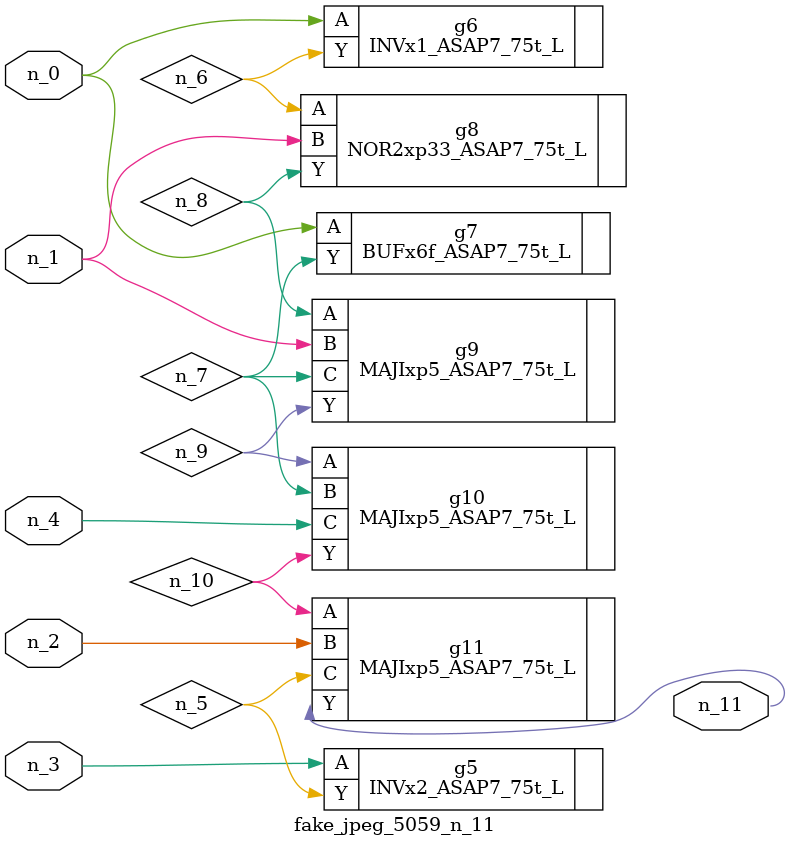
<source format=v>
module fake_jpeg_5059_n_11 (n_3, n_2, n_1, n_0, n_4, n_11);

input n_3;
input n_2;
input n_1;
input n_0;
input n_4;

output n_11;

wire n_10;
wire n_8;
wire n_9;
wire n_6;
wire n_5;
wire n_7;

INVx2_ASAP7_75t_L g5 ( 
.A(n_3),
.Y(n_5)
);

INVx1_ASAP7_75t_L g6 ( 
.A(n_0),
.Y(n_6)
);

BUFx6f_ASAP7_75t_L g7 ( 
.A(n_0),
.Y(n_7)
);

NOR2xp33_ASAP7_75t_L g8 ( 
.A(n_6),
.B(n_1),
.Y(n_8)
);

MAJIxp5_ASAP7_75t_L g9 ( 
.A(n_8),
.B(n_1),
.C(n_7),
.Y(n_9)
);

MAJIxp5_ASAP7_75t_L g10 ( 
.A(n_9),
.B(n_7),
.C(n_4),
.Y(n_10)
);

MAJIxp5_ASAP7_75t_L g11 ( 
.A(n_10),
.B(n_2),
.C(n_5),
.Y(n_11)
);


endmodule
</source>
